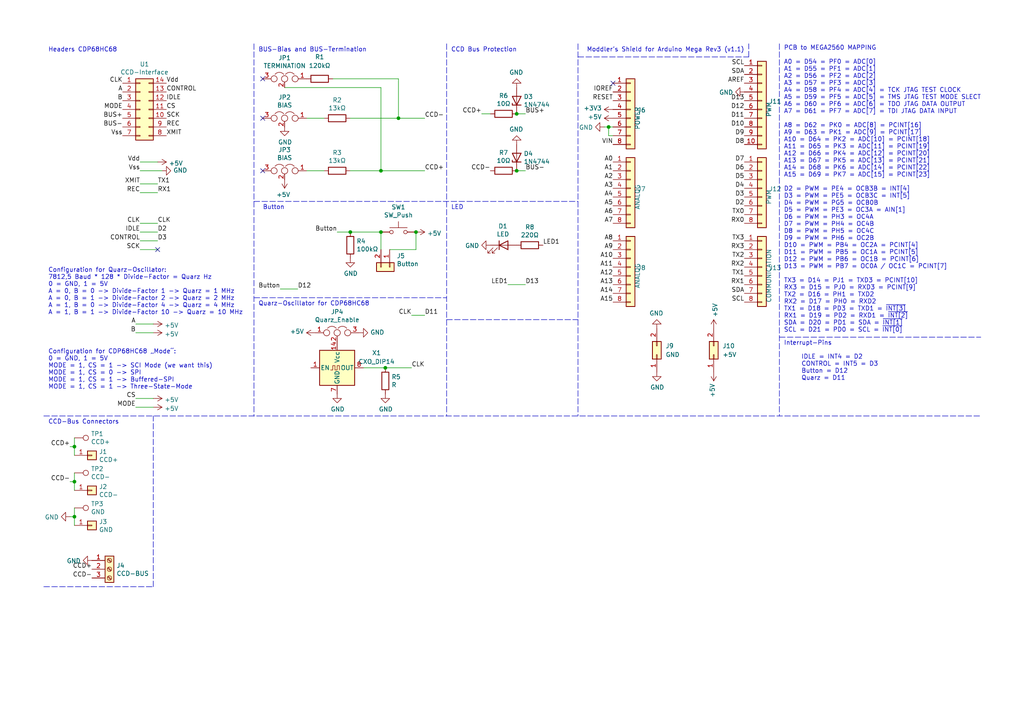
<source format=kicad_sch>
(kicad_sch (version 20211123) (generator eeschema)
  (paper "A4")
  (title_block (title "CCD-Arduino-Mega") (date "2022-03-19") (rev "Rev1.0") (company "Moddler"))
  (lib_symbols
    (symbol "Connector:Screw_Terminal_01x03" (pin_names (offset 1.016) hide)
      (property "Reference" "J" (at 0 5.08 0))
      (property "Value" "Screw_Terminal_01x03" (at 0 -5.08 0))
      (symbol "Screw_Terminal_01x03_1_1"
        (rectangle (start -1.27 3.81) (end 1.27 -3.81) (stroke (width 0.254)) (fill (type background)))
        (circle (center 0 -2.54) (radius 0.635) (stroke (width 0.1524)))
        (polyline (pts (xy -0.5334 -2.2098) (xy 0.3302 -3.048)) (stroke (width 0.1524)))
        (polyline (pts (xy -0.5334 0.3302) (xy 0.3302 -0.508)) (stroke (width 0.1524)))
        (polyline (pts (xy -0.5334 2.8702) (xy 0.3302 2.032)) (stroke (width 0.1524)))
        (polyline (pts (xy -0.3556 -2.032) (xy 0.508 -2.8702)) (stroke (width 0.1524)))
        (polyline (pts (xy -0.3556 0.508) (xy 0.508 -0.3302)) (stroke (width 0.1524)))
        (polyline (pts (xy -0.3556 3.048) (xy 0.508 2.2098)) (stroke (width 0.1524)))
        (circle (center 0 0) (radius 0.635) (stroke (width 0.1524)))
        (circle (center 0 2.54) (radius 0.635) (stroke (width 0.1524)))
        (pin passive line (at -5.08 2.54 0) (length 3.81) (name "Pin_1") (number "1"))
        (pin passive line (at -5.08 0 0) (length 3.81) (name "Pin_2") (number "2"))
        (pin passive line (at -5.08 -2.54 0) (length 3.81) (name "Pin_3") (number "3"))
      )
    )
    (symbol "Connector:TestPoint" (pin_numbers hide) (pin_names (offset 0.762) hide)
      (property "Reference" "TP" (at 0 6.858 0))
      (property "Value" "TestPoint" (at 0 5.08 0))
      (symbol "TestPoint_0_1"
        (circle (center 0 3.302) (radius 0.762))
      )
      (symbol "TestPoint_1_1"
        (pin passive line (at 0 0 90) (length 2.54) (name "1") (number "1"))
      )
    )
    (symbol "Connector_Generic:Conn_01x01" (pin_names (offset 1.016) hide)
      (property "Reference" "J" (at 0 2.54 0))
      (property "Value" "Conn_01x01" (at 0 -2.54 0))
      (symbol "Conn_01x01_1_1"
        (rectangle (start -1.27 0.127) (end 0 -0.127) (stroke (width 0.1524)))
        (rectangle (start -1.27 1.27) (end 1.27 -1.27) (stroke (width 0.254)) (fill (type background)))
        (pin passive line (at -5.08 0 0) (length 3.81) (name "Pin_1") (number "1"))
      )
    )
    (symbol "Connector_Generic:Conn_01x02" (pin_names (offset 1.016) hide)
      (property "Reference" "J" (at 0 2.54 0))
      (property "Value" "Conn_01x02" (at 0 -5.08 0))
      (symbol "Conn_01x02_1_1"
        (rectangle (start -1.27 -2.413) (end 0 -2.667) (stroke (width 0.1524)))
        (rectangle (start -1.27 0.127) (end 0 -0.127) (stroke (width 0.1524)))
        (rectangle (start -1.27 1.27) (end 1.27 -3.81) (stroke (width 0.254)) (fill (type background)))
        (pin passive line (at -5.08 0 0) (length 3.81) (name "Pin_1") (number "1"))
        (pin passive line (at -5.08 -2.54 0) (length 3.81) (name "Pin_2") (number "2"))
      )
    )
    (symbol "Connector_Generic:Conn_01x08" (pin_names (offset 1.016) hide)
      (property "Reference" "J" (at 0 10.16 0))
      (property "Value" "Conn_01x08" (at 0 -12.7 0))
      (symbol "Conn_01x08_1_1"
        (rectangle (start -1.27 -10.033) (end 0 -10.287) (stroke (width 0.1524)))
        (rectangle (start -1.27 -7.493) (end 0 -7.747) (stroke (width 0.1524)))
        (rectangle (start -1.27 -4.953) (end 0 -5.207) (stroke (width 0.1524)))
        (rectangle (start -1.27 -2.413) (end 0 -2.667) (stroke (width 0.1524)))
        (rectangle (start -1.27 0.127) (end 0 -0.127) (stroke (width 0.1524)))
        (rectangle (start -1.27 2.667) (end 0 2.413) (stroke (width 0.1524)))
        (rectangle (start -1.27 5.207) (end 0 4.953) (stroke (width 0.1524)))
        (rectangle (start -1.27 7.747) (end 0 7.493) (stroke (width 0.1524)))
        (rectangle (start -1.27 8.89) (end 1.27 -11.43) (stroke (width 0.254)) (fill (type background)))
        (pin passive line (at -5.08 7.62 0) (length 3.81) (name "Pin_1") (number "1"))
        (pin passive line (at -5.08 5.08 0) (length 3.81) (name "Pin_2") (number "2"))
        (pin passive line (at -5.08 2.54 0) (length 3.81) (name "Pin_3") (number "3"))
        (pin passive line (at -5.08 0 0) (length 3.81) (name "Pin_4") (number "4"))
        (pin passive line (at -5.08 -2.54 0) (length 3.81) (name "Pin_5") (number "5"))
        (pin passive line (at -5.08 -5.08 0) (length 3.81) (name "Pin_6") (number "6"))
        (pin passive line (at -5.08 -7.62 0) (length 3.81) (name "Pin_7") (number "7"))
        (pin passive line (at -5.08 -10.16 0) (length 3.81) (name "Pin_8") (number "8"))
      )
    )
    (symbol "Connector_Generic:Conn_01x10" (pin_names (offset 1.016) hide)
      (property "Reference" "J" (at 0 12.7 0))
      (property "Value" "Conn_01x10" (at 0 -15.24 0))
      (symbol "Conn_01x10_1_1"
        (rectangle (start -1.27 -12.573) (end 0 -12.827) (stroke (width 0.1524)))
        (rectangle (start -1.27 -10.033) (end 0 -10.287) (stroke (width 0.1524)))
        (rectangle (start -1.27 -7.493) (end 0 -7.747) (stroke (width 0.1524)))
        (rectangle (start -1.27 -4.953) (end 0 -5.207) (stroke (width 0.1524)))
        (rectangle (start -1.27 -2.413) (end 0 -2.667) (stroke (width 0.1524)))
        (rectangle (start -1.27 0.127) (end 0 -0.127) (stroke (width 0.1524)))
        (rectangle (start -1.27 2.667) (end 0 2.413) (stroke (width 0.1524)))
        (rectangle (start -1.27 5.207) (end 0 4.953) (stroke (width 0.1524)))
        (rectangle (start -1.27 7.747) (end 0 7.493) (stroke (width 0.1524)))
        (rectangle (start -1.27 10.287) (end 0 10.033) (stroke (width 0.1524)))
        (rectangle (start -1.27 11.43) (end 1.27 -13.97) (stroke (width 0.254)) (fill (type background)))
        (pin passive line (at -5.08 10.16 0) (length 3.81) (name "Pin_1") (number "1"))
        (pin passive line (at -5.08 -12.7 0) (length 3.81) (name "Pin_10") (number "10"))
        (pin passive line (at -5.08 7.62 0) (length 3.81) (name "Pin_2") (number "2"))
        (pin passive line (at -5.08 5.08 0) (length 3.81) (name "Pin_3") (number "3"))
        (pin passive line (at -5.08 2.54 0) (length 3.81) (name "Pin_4") (number "4"))
        (pin passive line (at -5.08 0 0) (length 3.81) (name "Pin_5") (number "5"))
        (pin passive line (at -5.08 -2.54 0) (length 3.81) (name "Pin_6") (number "6"))
        (pin passive line (at -5.08 -5.08 0) (length 3.81) (name "Pin_7") (number "7"))
        (pin passive line (at -5.08 -7.62 0) (length 3.81) (name "Pin_8") (number "8"))
        (pin passive line (at -5.08 -10.16 0) (length 3.81) (name "Pin_9") (number "9"))
      )
    )
    (symbol "Connector_Generic:Conn_02x01" (pin_names (offset 1.016) hide)
      (property "Reference" "J" (at 1.27 2.54 0))
      (property "Value" "Conn_02x01" (at 1.27 -2.54 0))
      (symbol "Conn_02x01_1_1"
        (rectangle (start -1.27 0.127) (end 0 -0.127) (stroke (width 0.1524)))
        (rectangle (start -1.27 1.27) (end 3.81 -1.27) (stroke (width 0.254)) (fill (type background)))
        (rectangle (start 3.81 0.127) (end 2.54 -0.127) (stroke (width 0.1524)))
        (pin passive line (at -5.08 0 0) (length 3.81) (name "Pin_1") (number "1"))
        (pin passive line (at 7.62 0 180) (length 3.81) (name "Pin_2") (number "2"))
      )
    )
    (symbol "Connector_Generic:Conn_02x07_Counter_Clockwise" (pin_names (offset 1.016) hide)
      (property "Reference" "J" (at 1.27 10.16 0))
      (property "Value" "Conn_02x07_Counter_Clockwise" (at 1.27 -10.16 0))
      (symbol "Conn_02x07_Counter_Clockwise_1_1"
        (rectangle (start -1.27 -7.493) (end 0 -7.747) (stroke (width 0.1524)))
        (rectangle (start -1.27 -4.953) (end 0 -5.207) (stroke (width 0.1524)))
        (rectangle (start -1.27 -2.413) (end 0 -2.667) (stroke (width 0.1524)))
        (rectangle (start -1.27 0.127) (end 0 -0.127) (stroke (width 0.1524)))
        (rectangle (start -1.27 2.667) (end 0 2.413) (stroke (width 0.1524)))
        (rectangle (start -1.27 5.207) (end 0 4.953) (stroke (width 0.1524)))
        (rectangle (start -1.27 7.747) (end 0 7.493) (stroke (width 0.1524)))
        (rectangle (start -1.27 8.89) (end 3.81 -8.89) (stroke (width 0.254)) (fill (type background)))
        (rectangle (start 3.81 -7.493) (end 2.54 -7.747) (stroke (width 0.1524)))
        (rectangle (start 3.81 -4.953) (end 2.54 -5.207) (stroke (width 0.1524)))
        (rectangle (start 3.81 -2.413) (end 2.54 -2.667) (stroke (width 0.1524)))
        (rectangle (start 3.81 0.127) (end 2.54 -0.127) (stroke (width 0.1524)))
        (rectangle (start 3.81 2.667) (end 2.54 2.413) (stroke (width 0.1524)))
        (rectangle (start 3.81 5.207) (end 2.54 4.953) (stroke (width 0.1524)))
        (rectangle (start 3.81 7.747) (end 2.54 7.493) (stroke (width 0.1524)))
        (pin passive line (at -5.08 7.62 0) (length 3.81) (name "Pin_1") (number "1"))
        (pin passive line (at 7.62 -2.54 180) (length 3.81) (name "Pin_10") (number "10"))
        (pin passive line (at 7.62 0 180) (length 3.81) (name "Pin_11") (number "11"))
        (pin passive line (at 7.62 2.54 180) (length 3.81) (name "Pin_12") (number "12"))
        (pin passive line (at 7.62 5.08 180) (length 3.81) (name "Pin_13") (number "13"))
        (pin passive line (at 7.62 7.62 180) (length 3.81) (name "Pin_14") (number "14"))
        (pin passive line (at -5.08 5.08 0) (length 3.81) (name "Pin_2") (number "2"))
        (pin passive line (at -5.08 2.54 0) (length 3.81) (name "Pin_3") (number "3"))
        (pin passive line (at -5.08 0 0) (length 3.81) (name "Pin_4") (number "4"))
        (pin passive line (at -5.08 -2.54 0) (length 3.81) (name "Pin_5") (number "5"))
        (pin passive line (at -5.08 -5.08 0) (length 3.81) (name "Pin_6") (number "6"))
        (pin passive line (at -5.08 -7.62 0) (length 3.81) (name "Pin_7") (number "7"))
        (pin passive line (at 7.62 -7.62 180) (length 3.81) (name "Pin_8") (number "8"))
        (pin passive line (at 7.62 -5.08 180) (length 3.81) (name "Pin_9") (number "9"))
      )
    )
    (symbol "Device:D_Zener" (pin_numbers hide) (pin_names (offset 1.016) hide)
      (property "Reference" "D" (at 0 2.54 0))
      (property "Value" "D_Zener" (at 0 -2.54 0))
      (symbol "D_Zener_0_1"
        (polyline (pts (xy 1.27 0) (xy -1.27 0)))
        (polyline (pts (xy -1.27 -1.27) (xy -1.27 1.27) (xy -0.762 1.27)) (stroke (width 0.254)))
        (polyline (pts (xy 1.27 -1.27) (xy 1.27 1.27) (xy -1.27 0) (xy 1.27 -1.27)) (stroke (width 0.254)))
      )
      (symbol "D_Zener_1_1"
        (pin passive line (at -3.81 0 0) (length 2.54) (name "K") (number "1"))
        (pin passive line (at 3.81 0 180) (length 2.54) (name "A") (number "2"))
      )
    )
    (symbol "Device:Jumper_NC_Dual" (pin_names (offset 0.762) hide)
      (property "Reference" "JP" (at 1.27 -2.54 0))
      (property "Value" "Device_Jumper_NC_Dual" (at 0 2.54 0))
      (symbol "Jumper_NC_Dual_0_1"
        (circle (center -3.048 0) (radius 0.889))
        (arc (start -0.254 1.27) (mid -1.524 1.8804) (end -2.794 1.27))
        (circle (center 0 0) (radius 0.9144))
        (arc (start 2.794 1.27) (mid 1.524 1.8804) (end 0.254 1.27))
        (circle (center 3.048 0) (radius 0.889))
        (pin passive line (at -6.35 0 0) (length 2.413) (name "1") (number "1"))
        (pin passive line (at 0 -2.54 90) (length 1.524) (name "2") (number "2"))
        (pin passive line (at 6.35 0 180) (length 2.413) (name "3") (number "3"))
      )
    )
    (symbol "Device:LED" (pin_numbers hide) (pin_names (offset 1.016) hide)
      (property "Reference" "D" (at 0 2.54 0))
      (property "Value" "LED" (at 0 -2.54 0))
      (symbol "LED_0_1"
        (polyline (pts (xy -1.27 -1.27) (xy -1.27 1.27)) (stroke (width 0.254)))
        (polyline (pts (xy -1.27 0) (xy 1.27 0)))
        (polyline (pts (xy 1.27 -1.27) (xy 1.27 1.27) (xy -1.27 0) (xy 1.27 -1.27)) (stroke (width 0.254)))
        (polyline (pts (xy -3.048 -0.762) (xy -4.572 -2.286) (xy -3.81 -2.286) (xy -4.572 -2.286) (xy -4.572 -1.524)))
        (polyline (pts (xy -1.778 -0.762) (xy -3.302 -2.286) (xy -2.54 -2.286) (xy -3.302 -2.286) (xy -3.302 -1.524)))
      )
      (symbol "LED_1_1"
        (pin passive line (at -3.81 0 0) (length 2.54) (name "K") (number "1"))
        (pin passive line (at 3.81 0 180) (length 2.54) (name "A") (number "2"))
      )
    )
    (symbol "Device:R" (pin_numbers hide) (pin_names (offset 0))
      (property "Reference" "R" (at 2.032 0 90))
      (property "Value" "R" (at 0 0 90))
      (symbol "R_0_1"
        (rectangle (start -1.016 -2.54) (end 1.016 2.54) (stroke (width 0.254)))
      )
      (symbol "R_1_1"
        (pin passive line (at 0 3.81 270) (length 1.27) (name "~") (number "1"))
        (pin passive line (at 0 -3.81 90) (length 1.27) (name "~") (number "2"))
      )
    )
    (symbol "Oscillator:CXO_DIP14" (pin_names (offset 0.254))
      (property "Reference" "X" (at -5.08 6.35 0))
      (property "Value" "CXO_DIP14" (at 1.27 -6.35 0))
      (symbol "CXO_DIP14_0_1"
        (rectangle (start -5.08 5.08) (end 5.08 -5.08) (stroke (width 0.254)) (fill (type background)))
        (polyline (pts (xy -1.905 -0.635) (xy -1.27 -0.635) (xy -1.27 0.635) (xy -0.635 0.635) (xy -0.635 -0.635) (xy 0 -0.635) (xy 0 0.635) (xy 0.635 0.635) (xy 0.635 -0.635)))
      )
      (symbol "CXO_DIP14_1_1"
        (pin input line (at -7.62 0 0) (length 2.54) (name "EN") (number "1"))
        (pin power_in line (at 0 7.62 270) (length 2.54) (name "Vcc") (number "14"))
        (pin power_in line (at 0 -7.62 90) (length 2.54) (name "GND") (number "7"))
        (pin output line (at 7.62 0 180) (length 2.54) (name "OUT") (number "8"))
      )
    )
    (symbol "Switch:SW_Push" (pin_numbers hide) (pin_names (offset 1.016) hide)
      (property "Reference" "SW" (at 1.27 2.54 0))
      (property "Value" "SW_Push" (at 0 -1.524 0))
      (symbol "SW_Push_0_1"
        (circle (center -2.032 0) (radius 0.508))
        (polyline (pts (xy 0 1.27) (xy 0 3.048)))
        (polyline (pts (xy 2.54 1.27) (xy -2.54 1.27)))
        (circle (center 2.032 0) (radius 0.508))
        (pin passive line (at -5.08 0 0) (length 2.54) (name "1") (number "1"))
        (pin passive line (at 5.08 0 180) (length 2.54) (name "2") (number "2"))
      )
    )
    (symbol "power:+3.3V" (power) (pin_names (offset 0))
      (property "Value" "+3.3V" (at 0 3.556 0))
      (symbol "+3.3V_0_1"
        (polyline (pts (xy -0.762 1.27) (xy 0 2.54)))
        (polyline (pts (xy 0 0) (xy 0 2.54)))
        (polyline (pts (xy 0 2.54) (xy 0.762 1.27)))
      )
      (symbol "+3.3V_1_1"
        (pin power_in line (at 0 0 90) (length 0) hide (name "+3V3") (number "1"))
      )
    )
    (symbol "power:+5V" (power) (pin_names (offset 0))
      (property "Value" "+5V" (at 0 3.556 0))
      (symbol "+5V_0_1"
        (polyline (pts (xy -0.762 1.27) (xy 0 2.54)))
        (polyline (pts (xy 0 0) (xy 0 2.54)))
        (polyline (pts (xy 0 2.54) (xy 0.762 1.27)))
      )
      (symbol "+5V_1_1"
        (pin power_in line (at 0 0 90) (length 0) hide (name "+5V") (number "1"))
      )
    )
    (symbol "power:GND" (power) (pin_names (offset 0))
      (property "Value" "GND" (at 0 -3.81 0))
      (symbol "GND_0_1"
        (polyline (pts (xy 0 0) (xy 0 -1.27) (xy 1.27 -1.27) (xy 0 -2.54) (xy -1.27 -1.27) (xy 0 -1.27)))
      )
      (symbol "GND_1_1"
        (pin power_in line (at 0 0 270) (length 0) hide (name "GND") (number "1"))
      )
    )
  )
  (junction (at 110.49 67.31))
  (junction (at 120.65 67.31))
  (junction (at 21.59 129.54))
  (junction (at 110.49 49.53))
  (junction (at 21.59 139.7))
  (junction (at 149.86 33.02))
  (junction (at 21.59 149.86))
  (junction (at 101.6 67.31))
  (junction (at 176.53 36.83))
  (junction (at 111.76 106.68))
  (junction (at 115.57 34.29))
  (junction (at 149.86 49.53))
  (no_connect (at 76.2 34.29))
  (no_connect (at 177.8 24.13))
  (no_connect (at 45.72 72.39))
  (no_connect (at 76.2 49.53))
  (no_connect (at 76.2 22.86))
  (polyline (pts (xy 12.7 170.18) (xy 44.45 170.18)))
  (wire (pts (xy 176.53 39.37) (xy 176.53 36.83)))
  (polyline (pts (xy 73.66 12.7) (xy 73.66 120.65)))
  (wire (pts (xy 119.38 106.68) (xy 111.76 106.68)))
  (wire (pts (xy 177.8 36.83) (xy 176.53 36.83)))
  (wire (pts (xy 115.57 34.29) (xy 123.19 34.29)))
  (wire (pts (xy 40.64 46.99) (xy 45.72 46.99)))
  (wire (pts (xy 110.49 25.4) (xy 110.49 49.53)))
  (wire (pts (xy 110.49 67.31) (xy 110.49 72.39)))
  (polyline (pts (xy 217.17 16.51) (xy 217.17 12.7)))
  (polyline (pts (xy 226.06 97.79) (xy 284.48 97.79)))
  (wire (pts (xy 40.64 49.53) (xy 46.99 49.53)))
  (wire (pts (xy 45.72 64.77) (xy 40.64 64.77)))
  (wire (pts (xy 86.36 83.82) (xy 81.28 83.82)))
  (wire (pts (xy 44.45 96.52) (xy 39.37 96.52)))
  (polyline (pts (xy 12.7 120.65) (xy 284.48 120.65)))
  (polyline (pts (xy 226.06 12.7) (xy 226.06 120.65)))
  (polyline (pts (xy 44.45 170.18) (xy 44.45 120.65)))
  (polyline (pts (xy 167.64 16.51) (xy 217.17 16.51)))
  (wire (pts (xy 44.45 93.98) (xy 39.37 93.98)))
  (wire (pts (xy 101.6 67.31) (xy 110.49 67.31)))
  (wire (pts (xy 20.32 149.86) (xy 21.59 149.86)))
  (wire (pts (xy 40.64 72.39) (xy 45.72 72.39)))
  (wire (pts (xy 45.72 69.85) (xy 40.64 69.85)))
  (wire (pts (xy 45.72 67.31) (xy 40.64 67.31)))
  (wire (pts (xy 152.4 33.02) (xy 149.86 33.02)))
  (wire (pts (xy 21.59 149.86) (xy 21.59 152.4)))
  (wire (pts (xy 152.4 82.55) (xy 147.32 82.55)))
  (wire (pts (xy 120.65 67.31) (xy 120.65 72.39)))
  (wire (pts (xy 110.49 49.53) (xy 123.19 49.53)))
  (wire (pts (xy 21.59 127) (xy 21.59 129.54)))
  (wire (pts (xy 177.8 39.37) (xy 176.53 39.37)))
  (wire (pts (xy 139.7 33.02) (xy 142.24 33.02)))
  (polyline (pts (xy 73.66 58.42) (xy 167.64 58.42)))
  (wire (pts (xy 21.59 139.7) (xy 21.59 142.24)))
  (wire (pts (xy 88.9 34.29) (xy 93.98 34.29)))
  (wire (pts (xy 21.59 137.16) (xy 21.59 139.7)))
  (wire (pts (xy 20.32 129.54) (xy 21.59 129.54)))
  (wire (pts (xy 21.59 129.54) (xy 21.59 132.08)))
  (polyline (pts (xy 73.66 86.36) (xy 129.54 86.36)))
  (wire (pts (xy 152.4 49.53) (xy 149.86 49.53)))
  (wire (pts (xy 45.72 55.88) (xy 40.64 55.88)))
  (wire (pts (xy 39.37 115.57) (xy 44.45 115.57)))
  (polyline (pts (xy 167.64 12.7) (xy 167.64 120.65)))
  (wire (pts (xy 82.55 25.4) (xy 110.49 25.4)))
  (wire (pts (xy 96.52 22.86) (xy 115.57 22.86)))
  (wire (pts (xy 20.32 139.7) (xy 21.59 139.7)))
  (wire (pts (xy 45.72 53.34) (xy 40.64 53.34)))
  (wire (pts (xy 176.53 36.83) (xy 175.26 36.83)))
  (wire (pts (xy 120.65 72.39) (xy 113.03 72.39)))
  (wire (pts (xy 39.37 118.11) (xy 44.45 118.11)))
  (wire (pts (xy 101.6 34.29) (xy 115.57 34.29)))
  (wire (pts (xy 105.41 106.68) (xy 111.76 106.68)))
  (wire (pts (xy 93.98 49.53) (xy 88.9 49.53)))
  (polyline (pts (xy 129.54 92.71) (xy 167.64 92.71)))
  (wire (pts (xy 101.6 67.31) (xy 97.79 67.31)))
  (wire (pts (xy 21.59 147.32) (xy 21.59 149.86)))
  (polyline (pts (xy 129.54 12.7) (xy 129.54 120.65)))
  (wire (pts (xy 115.57 22.86) (xy 115.57 34.29)))
  (wire (pts (xy 101.6 49.53) (xy 110.49 49.53)))
  (wire (pts (xy 119.38 91.44) (xy 123.19 91.44)))
  (text "LED" (at 130.81 60.96 0) (effects (font (size 1.27 1.27)) (justify left bottom)))
  (text "Quarz-Oscillator for CDP68HC68" (at 74.93 88.9 0) (effects (font (size 1.27 1.27)) (justify left bottom)))
  (text "IDLE = INT4 = D2\nCONTROL = INT5 = D3\nButton = D12\nQuarz = D11" (at 232.41 110.49 0) (effects (font (size 1.27 1.27)) (justify left bottom)))
  (text "Configuration for Quarz-Oscillator:\n7812,5 Baud * 128 * Divide-Factor = Quarz Hz\n0 = GND, 1 = 5V\nA = 0, B = 0 -> Divide-Factor 1 -> Quarz = 1 MHz\nA = 0, B = 1 -> Divide-Factor 2 -> Quarz = 2 MHz\nA = 1, B = 0 -> Divide-Factor 4 -> Quarz = 4 MHz\nA = 1, B = 1 -> Divide-Factor 10 -> Quarz = 10 MHz" (at 13.97 91.44 0) (effects (font (size 1.27 1.27)) (justify left bottom)))
  (text "Interrupt-Pins" (at 227.33 100.33 0) (effects (font (size 1.27 1.27)) (justify left bottom)))
  (text "CCD-Bus Connectors" (at 13.97 123.19 0) (effects (font (size 1.27 1.27)) (justify left bottom)))
  (text "Button" (at 76.2 60.96 0) (effects (font (size 1.27 1.27)) (justify left bottom)))
  (text "BUS-Bias and BUS-Termination" (at 74.93 15.24 0) (effects (font (size 1.27 1.27)) (justify left bottom)))
  (text "PCB to MEGA2560 MAPPING\n\nA0 = D54 = PF0 = ADC[0]\nA1 = D55 = PF1 = ADC[1]\nA2 = D56 = PF2 = ADC[2]\nA3 = D57 = PF3 = ADC[3]\nA4 = D58 = PF4 = ADC[4] = TCK JTAG TEST CLOCK\nA5 = D59 = PF5 = ADC[5] = TMS JTAG TEST MODE SLECT\nA6 = D60 = PF6 = ADC[6] = TDO JTAG DATA OUTPUT\nA7 = D61 = PF7 = ADC[7] = TDI JTAG DATA INPUT\n\nA8 = D62 = PK0 = ADC[8] = PCINT[16]\nA9 = D63 = PK1 = ADC[9] = PCINT[17]\nA10 = D64 = PK2 = ADC[10] = PCINT[18]\nA11 = D65 = PK3 = ADC[11] = PCINT[19]\nA12 = D66 = PK4 = ADC[12] = PCINT[20]\nA13 = D67 = PK5 = ADC[13] = PCINT[21]\nA14 = D68 = PK6 = ADC[14] = PCINT[22]\nA15 = D69 = PK7 = ADC[15] = PCINT[23]\n\nD2 = PWM = PE4 = OCB3B = INT[4]\nD3 = PWM = PE5 = OCB3C = INT[5]\nD4 = PWM = PG5 = OCB0B\nD5 = PWM = PE3 = OC3A = AIN[1]\nD6 = PWM = PH3 = OC4A\nD7 = PWM = PH4 = OC4B\nD8 = PWM = PH5 = OC4C\nD9 = PWM = PH6 = OC2B\nD10 = PWM = PB4 = OC2A = PCINT[4]\nD11 = PWM = PB5 = OC1A = PCINT[5]\nD12 = PWM = PB6 = OC1B = PCINT[6]\nD13 = PWM = PB7 = OC0A / OC1C = PCINT[7] \n\nTX3 = D14 = PJ1 = TXD3 = PCINT[10]\nRX3 = D15 = PJ0 = RXD3 = PCINT[9]\nTX2 = D16 = PH1 = TXD2\nRX2 = D17 = PH0 = RXD2\nTX1 = D18 = PD3 = TXD1 = ~{INT[3]}\nRX1 = D19 = PD2 = RXD1 = ~{INT[2]}\nSDA = D20 = PD1 = SDA = ~{INT[1]}\nSCL = D21 = PD0 = SCL = ~{INT[0]}" (at 227.33 96.52 0) (effects (font (size 1.27 1.27)) (justify left bottom)))
  (text "CCD Bus Protection" (at 130.81 15.24 0) (effects (font (size 1.27 1.27)) (justify left bottom)))
  (text "Configuration for CDP68HC68 „Mode“:\n0 = GND, 1 = 5V\nMODE = 1, CS = 1 -> SCI Mode (we want this)\nMODE = 1, CS = 0 -> SPI\nMODE = 1, CS = 1 -> Buffered-SPI\nMODE = 1, CS = 1 -> Three-State-Mode" (at 13.97 113.03 0) (effects (font (size 1.27 1.27)) (justify left bottom)))
  (text "Headers CDP68HC68" (at 13.97 15.24 0) (effects (font (size 1.27 1.27)) (justify left bottom)))
  (text "Moddler’s Shield for Arduino Mega Rev3 (v1.1)" (at 215.9 15.24 180) (effects (font (size 1.27 1.27)) (justify right bottom)))
  (label "D12" (at 215.9 31.75 180))
  (label "D11" (at 123.19 91.44 0))
  (label "CCD+" (at 20.32 129.54 180))
  (label "D12" (at 86.36 83.82 0))
  (label "A2" (at 177.8 52.07 180))
  (label "BUS-" (at 35.56 36.83 180))
  (label "D11" (at 215.9 34.29 180))
  (label "CONTROL" (at 40.64 69.85 180))
  (label "SCK" (at 48.26 34.29 0))
  (label "SDA" (at 215.9 21.59 180))
  (label "RX1" (at 45.72 55.88 0))
  (label "D4" (at 215.9 54.61 180))
  (label "IDLE" (at 48.26 29.21 0))
  (label "A0" (at 177.8 46.99 180))
  (label "SDA" (at 215.9 85.09 180))
  (label "MODE" (at 39.37 118.11 180))
  (label "REC" (at 48.26 36.83 0))
  (label "TX2" (at 215.9 74.93 180))
  (label "D8" (at 215.9 41.91 180))
  (label "TX3" (at 215.9 69.85 180))
  (label "BUS-" (at 152.4 49.53 0))
  (label "CCD-" (at 123.19 34.29 0))
  (label "REC" (at 40.64 55.88 180))
  (label "AREF" (at 215.9 24.13 180))
  (label "D3" (at 215.9 57.15 180))
  (label "LED1" (at 147.32 82.55 180))
  (label "CLK" (at 40.64 64.77 180))
  (label "D7" (at 215.9 46.99 180))
  (label "TX1" (at 215.9 80.01 180))
  (label "A7" (at 177.8 64.77 180))
  (label "CLK" (at 119.38 91.44 180))
  (label "Button" (at 97.79 67.31 180))
  (label "BUS+" (at 35.56 34.29 180))
  (label "A12" (at 177.8 80.01 180))
  (label "CCD-" (at 20.32 139.7 180))
  (label "A10" (at 177.8 74.93 180))
  (label "RX1" (at 215.9 82.55 180))
  (label "A8" (at 177.8 69.85 180))
  (label "CCD+" (at 139.7 33.02 180))
  (label "RX0" (at 215.9 64.77 180))
  (label "CLK" (at 45.72 64.77 0))
  (label "A4" (at 177.8 57.15 180))
  (label "D6" (at 215.9 49.53 180))
  (label "Vss" (at 40.64 49.53 180))
  (label "B" (at 35.56 29.21 180))
  (label "VIN" (at 177.8 41.91 180))
  (label "SCL" (at 215.9 19.05 180))
  (label "Vdd" (at 48.26 24.13 0))
  (label "A13" (at 177.8 82.55 180))
  (label "CS" (at 39.37 115.57 180))
  (label "CCD-" (at 26.67 167.64 180))
  (label "CCD-" (at 142.24 49.53 180))
  (label "CCD+" (at 123.19 49.53 0))
  (label "A14" (at 177.8 85.09 180))
  (label "XMIT" (at 48.26 39.37 0))
  (label "D3" (at 45.72 69.85 0))
  (label "A1" (at 177.8 49.53 180))
  (label "CCD+" (at 26.67 165.1 180))
  (label "SCK" (at 40.64 72.39 180))
  (label "CLK" (at 35.56 24.13 180))
  (label "D5" (at 215.9 52.07 180))
  (label "D13" (at 152.4 82.55 0))
  (label "A15" (at 177.8 87.63 180))
  (label "Vdd" (at 40.64 46.99 180))
  (label "D2" (at 215.9 59.69 180))
  (label "XMIT" (at 40.64 53.34 180))
  (label "RESET" (at 177.8 29.21 180))
  (label "A6" (at 177.8 62.23 180))
  (label "BUS+" (at 152.4 33.02 0))
  (label "IDLE" (at 40.64 67.31 180))
  (label "MODE" (at 35.56 31.75 180))
  (label "D9" (at 215.9 39.37 180))
  (label "SCL" (at 215.9 87.63 180))
  (label "CLK" (at 119.38 106.68 0))
  (label "TX1" (at 45.72 53.34 0))
  (label "A" (at 35.56 26.67 180))
  (label "A11" (at 177.8 77.47 180))
  (label "TX0" (at 215.9 62.23 180))
  (label "IOREF" (at 177.8 26.67 180))
  (label "B" (at 39.37 96.52 180))
  (label "Vss" (at 35.56 39.37 180))
  (label "A9" (at 177.8 72.39 180))
  (label "CONTROL" (at 48.26 26.67 0))
  (label "A5" (at 177.8 59.69 180))
  (label "Button" (at 81.28 83.82 180))
  (label "RX2" (at 215.9 77.47 180))
  (label "D13" (at 215.9 29.21 180))
  (label "A" (at 39.37 93.98 180))
  (label "RX3" (at 215.9 72.39 180))
  (label "LED1" (at 157.48 71.12 0))
  (label "D10" (at 215.9 36.83 180))
  (label "CS" (at 48.26 31.75 0))
  (label "D2" (at 45.72 67.31 0))
  (label "A3" (at 177.8 54.61 180))
  (symbol (lib_id "Connector_Generic:Conn_01x08") (at 220.98 77.47 0) (unit 1)
    (property "Reference" "J13" (at 223.012 77.6732 0) (effects (justify left)))
    (property "Value" "COMMUNICATION" (at 223.012 79.9846 90))
    (property "Footprint" "Connector_PinHeader_2.54mm:PinHeader_1x08_P2.54mm_Vertical" (effects hide))
  )
  (symbol (lib_id "Connector_Generic:Conn_01x08") (at 182.88 31.75 0) (unit 1)
    (property "Reference" "J6" (at 184.912 31.9532 0) (effects (justify left)))
    (property "Value" "POWER" (at 184.912 34.2646 90))
    (property "Footprint" "Connector_PinHeader_2.54mm:PinHeader_1x08_P2.54mm_Vertical" (effects hide))
  )
  (symbol (lib_id "Connector_Generic:Conn_01x08") (at 182.88 54.61 0) (unit 1)
    (property "Reference" "J7" (at 184.912 54.8132 0) (effects (justify left)))
    (property "Value" "ANALOG" (at 184.912 57.1246 90))
    (property "Footprint" "Connector_PinHeader_2.54mm:PinHeader_1x08_P2.54mm_Vertical" (effects hide))
  )
  (symbol (lib_id "Connector_Generic:Conn_01x08") (at 220.98 54.61 0) (unit 1)
    (property "Reference" "J12" (at 223.012 54.8132 0) (effects (justify left)))
    (property "Value" "PWM" (at 223.012 57.1246 90))
    (property "Footprint" "Connector_PinHeader_2.54mm:PinHeader_1x08_P2.54mm_Vertical" (effects hide))
  )
  (symbol (lib_id "Connector_Generic:Conn_01x08") (at 182.88 77.47 0) (unit 1)
    (property "Reference" "J8" (at 184.912 77.6732 0) (effects (justify left)))
    (property "Value" "ANALOG" (at 184.912 79.9846 90))
    (property "Footprint" "Connector_PinHeader_2.54mm:PinHeader_1x08_P2.54mm_Vertical" (effects hide))
  )
  (symbol (lib_id "power:GND") (at 175.26 36.83 270) (unit 1)
    (property "Reference" "#PWR021" (effects hide))
    (property "Value" "GND" (at 172.0088 36.957 90) (effects (justify right)))
  )
  (symbol (lib_id "power:+5V") (at 177.8 34.29 90) (unit 1)
    (property "Reference" "#PWR023" (effects hide))
    (property "Value" "+5V" (at 174.5488 33.909 90) (effects (justify left)))
  )
  (symbol (lib_id "power:+3.3V") (at 177.8 31.75 90) (unit 1)
    (property "Reference" "#PWR022" (effects hide))
    (property "Value" "+3.3V" (at 174.5488 31.369 90) (effects (justify left)))
  )
  (symbol (lib_id "Connector_Generic:Conn_01x10") (at 220.98 29.21 0) (unit 1)
    (property "Reference" "J11" (at 223.012 29.4132 0) (effects (justify left)))
    (property "Value" "PWM" (at 223.012 31.7246 90))
    (property "Footprint" "Connector_PinHeader_2.54mm:PinHeader_1x10_P2.54mm_Vertical" (effects hide))
  )
  (symbol (lib_id "power:GND") (at 215.9 26.67 270) (unit 1)
    (property "Reference" "#PWR028" (effects hide))
    (property "Value" "GND" (at 212.6488 26.797 90) (effects (justify right)))
  )
  (symbol (lib_id "power:GND") (at 190.5 107.95 0) (unit 1)
    (property "Reference" "#PWR025" (effects hide))
    (property "Value" "GND" (at 190.627 112.3442 0))
  )
  (symbol (lib_id "power:GND") (at 190.5 95.25 180) (unit 1)
    (property "Reference" "#PWR024" (effects hide))
    (property "Value" "GND" (at 190.373 90.8558 0))
  )
  (symbol (lib_id "power:+5V") (at 207.01 107.95 180) (unit 1)
    (property "Reference" "#PWR027" (effects hide))
    (property "Value" "+5V" (at 206.629 111.2012 90) (effects (justify left)))
  )
  (symbol (lib_id "power:+5V") (at 207.01 95.25 0) (unit 1)
    (property "Reference" "#PWR026" (effects hide))
    (property "Value" "+5V" (at 207.391 91.9988 90) (effects (justify left)))
  )
  (symbol (lib_id "Device:R") (at 92.71 22.86 270) (unit 1)
    (property "Reference" "R1" (at 92.71 16.51 90))
    (property "Value" "120kΩ" (at 92.71 19.05 90))
    (property "Footprint" "Resistor_THT:R_Axial_DIN0207_L6.3mm_D2.5mm_P7.62mm_Horizontal" (effects hide))
  )
  (symbol (lib_id "Device:LED") (at 146.05 71.12 0) (unit 1)
    (property "Reference" "D1" (at 145.8722 65.6082 0))
    (property "Value" "LED" (at 145.8722 67.9196 0))
    (property "Footprint" "LED_THT:LED_D5.0mm" (effects hide))
  )
  (symbol (lib_id "Connector:TestPoint") (at 21.59 127 270) (unit 1)
    (property "Reference" "TP1" (at 26.3652 125.8316 90) (effects (justify left)))
    (property "Value" "CCD+" (at 26.3652 128.143 90) (effects (justify left)))
    (property "Footprint" "TestPoint:TestPoint_Pad_D3.0mm" (effects hide))
  )
  (symbol (lib_id "power:+5V") (at 44.45 118.11 270) (unit 1)
    (property "Reference" "#PWR06" (effects hide))
    (property "Value" "+5V" (at 47.7012 118.491 90) (effects (justify left)))
  )
  (symbol (lib_id "Connector:TestPoint") (at 21.59 137.16 270) (unit 1)
    (property "Reference" "TP2" (at 26.3652 135.9916 90) (effects (justify left)))
    (property "Value" "CCD-" (at 26.3652 138.303 90) (effects (justify left)))
    (property "Footprint" "TestPoint:TestPoint_Pad_D3.0mm" (effects hide))
  )
  (symbol (lib_id "Device:R") (at 97.79 34.29 270) (unit 1)
    (property "Reference" "R2" (at 97.79 29.0322 90))
    (property "Value" "13kΩ" (at 97.79 31.3436 90))
    (property "Footprint" "Resistor_THT:R_Axial_DIN0207_L6.3mm_D2.5mm_P7.62mm_Horizontal" (effects hide))
  )
  (symbol (lib_id "power:GND") (at 26.67 162.56 270) (unit 1)
    (property "Reference" "#PWR02" (effects hide))
    (property "Value" "GND" (at 23.4188 162.687 90) (effects (justify right)))
  )
  (symbol (lib_id "Connector_Generic:Conn_02x07_Counter_Clockwise") (at 40.64 31.75 0) (unit 1)
    (property "Reference" "U1" (at 41.91 18.6182 0))
    (property "Value" "CCD-Interface" (at 41.91 20.9296 0))
    (property "Footprint" "Socket:DIP_Socket-14_W4.3_W5.08_W7.62_W10.16_W10.9_3M_214-3339-00-0602J" (effects hide))
  )
  (symbol (lib_id "Connector_Generic:Conn_01x01") (at 26.67 132.08 0) (unit 1)
    (property "Reference" "J1" (at 28.702 131.0132 0) (effects (justify left)))
    (property "Value" "CCD+" (at 28.702 133.3246 0) (effects (justify left)))
    (property "Footprint" "Connector_PinSocket_2.54mm:PinSocket_1x01_P2.54mm_Vertical" (effects hide))
  )
  (symbol (lib_id "Device:R") (at 153.67 71.12 270) (unit 1)
    (property "Reference" "R8" (at 153.67 65.8622 90))
    (property "Value" "220Ω" (at 153.67 68.1736 90))
    (property "Footprint" "Resistor_THT:R_Axial_DIN0207_L6.3mm_D2.5mm_P7.62mm_Horizontal" (effects hide))
  )
  (symbol (lib_id "power:GND") (at 101.6 74.93 0) (unit 1)
    (property "Reference" "#PWR013" (effects hide))
    (property "Value" "GND" (at 101.727 79.3242 0))
  )
  (symbol (lib_id "Device:Jumper_NC_Dual") (at 82.55 34.29 0) (mirror y) (unit 1)
    (property "Reference" "JP2" (at 82.55 28.2194 0))
    (property "Value" "BIAS" (at 82.55 30.5308 0))
    (property "Footprint" "Connector_PinHeader_2.54mm:PinHeader_1x03_P2.54mm_Vertical" (effects hide))
  )
  (symbol (lib_id "Connector:Screw_Terminal_01x03") (at 31.75 165.1 0) (unit 1)
    (property "Reference" "J4" (at 33.782 164.0332 0) (effects (justify left)))
    (property "Value" "CCD-BUS" (at 33.782 166.3446 0) (effects (justify left)))
    (property "Footprint" "TerminalBlock_Phoenix:TerminalBlock_Phoenix_MPT-0,5-3-2.54_1x03_P2.54mm_Horizontal" (effects hide))
  )
  (symbol (lib_id "Device:Jumper_NC_Dual") (at 82.55 49.53 0) (mirror y) (unit 1)
    (property "Reference" "JP3" (at 82.55 43.4594 0))
    (property "Value" "BIAS" (at 82.55 45.7708 0))
    (property "Footprint" "Connector_PinHeader_2.54mm:PinHeader_1x03_P2.54mm_Vertical" (effects hide))
  )
  (symbol (lib_id "Connector_Generic:Conn_01x02") (at 113.03 77.47 270) (unit 1)
    (property "Reference" "J5" (at 115.062 74.2188 90) (effects (justify left)))
    (property "Value" "Button" (at 115.062 76.5302 90) (effects (justify left)))
    (property "Footprint" "Connector_PinHeader_2.54mm:PinHeader_1x02_P2.54mm_Vertical" (effects hide))
  )
  (symbol (lib_id "Device:D_Zener") (at 149.86 45.72 90) (unit 1)
    (property "Reference" "D4" (at 151.892 44.5516 90) (effects (justify right)))
    (property "Value" "1N4744" (at 151.892 46.863 90) (effects (justify right)))
    (property "Footprint" "Diode_THT:D_DO-41_SOD81_P7.62mm_Horizontal" (effects hide))
  )
  (symbol (lib_id "Device:R") (at 111.76 110.49 0) (unit 1)
    (property "Reference" "R5" (at 113.538 109.3216 0) (effects (justify left)))
    (property "Value" "R" (at 113.538 111.633 0) (effects (justify left)))
    (property "Footprint" "Resistor_THT:R_Axial_DIN0207_L6.3mm_D2.5mm_P7.62mm_Horizontal" (effects hide))
  )
  (symbol (lib_id "power:+5V") (at 91.44 96.52 90) (unit 1)
    (property "Reference" "#PWR011" (effects hide))
    (property "Value" "+5V" (at 88.1888 96.139 90) (effects (justify left)))
  )
  (symbol (lib_id "Device:R") (at 97.79 49.53 270) (unit 1)
    (property "Reference" "R3" (at 97.79 44.2722 90))
    (property "Value" "13kΩ" (at 97.79 46.5836 90))
    (property "Footprint" "Resistor_THT:R_Axial_DIN0207_L6.3mm_D2.5mm_P7.62mm_Horizontal" (effects hide))
  )
  (symbol (lib_id "power:GND") (at 149.86 25.4 180) (unit 1)
    (property "Reference" "#PWR019" (effects hide))
    (property "Value" "GND" (at 149.733 21.0058 0))
  )
  (symbol (lib_id "Connector_Generic:Conn_01x01") (at 26.67 152.4 0) (unit 1)
    (property "Reference" "J3" (at 28.702 151.3332 0) (effects (justify left)))
    (property "Value" "GND" (at 28.702 153.6446 0) (effects (justify left)))
    (property "Footprint" "Connector_PinSocket_2.54mm:PinSocket_1x01_P2.54mm_Vertical" (effects hide))
  )
  (symbol (lib_id "Device:R") (at 146.05 33.02 270) (unit 1)
    (property "Reference" "R6" (at 146.05 27.7622 90))
    (property "Value" "10Ω" (at 146.05 30.0736 90))
    (property "Footprint" "Resistor_THT:R_Axial_DIN0207_L6.3mm_D2.5mm_P7.62mm_Horizontal" (effects hide))
  )
  (symbol (lib_id "Switch:SW_Push") (at 115.57 67.31 0) (unit 1)
    (property "Reference" "SW1" (at 115.57 60.071 0))
    (property "Value" "SW_Push" (at 115.57 62.3824 0))
    (property "Footprint" "Button_Switch_THT:SW_PUSH_6mm" (effects hide))
  )
  (symbol (lib_id "Connector_Generic:Conn_02x01") (at 190.5 102.87 90) (unit 1)
    (property "Reference" "J9" (at 193.04 100.3299 90) (effects (justify right)))
    (property "Value" "GND" (at 193.04 102.8699 90) (effects (justify right)))
    (property "Footprint" "Connector_PinHeader_2.54mm:PinHeader_2x01_P2.54mm_Vertical" (effects hide))
  )
  (symbol (lib_id "power:+5V") (at 44.45 96.52 270) (unit 1)
    (property "Reference" "#PWR04" (effects hide))
    (property "Value" "+5V" (at 47.7012 96.901 90) (effects (justify left)))
  )
  (symbol (lib_id "Device:Jumper_NC_Dual") (at 82.55 22.86 0) (mirror y) (unit 1)
    (property "Reference" "JP1" (at 82.55 16.7894 0))
    (property "Value" "TERMINATION" (at 82.55 19.1008 0))
    (property "Footprint" "Connector_PinHeader_2.54mm:PinHeader_1x03_P2.54mm_Vertical" (effects hide))
  )
  (symbol (lib_id "power:GND") (at 104.14 96.52 90) (unit 1)
    (property "Reference" "#PWR014" (effects hide))
    (property "Value" "GND" (at 107.3912 96.393 90) (effects (justify right)))
  )
  (symbol (lib_id "Connector_Generic:Conn_02x01") (at 207.01 102.87 90) (unit 1)
    (property "Reference" "J10" (at 209.55 100.3299 90) (effects (justify right)))
    (property "Value" "+5V" (at 209.55 102.8699 90) (effects (justify right)))
    (property "Footprint" "Connector_PinHeader_2.54mm:PinHeader_2x01_P2.54mm_Vertical" (effects hide))
  )
  (symbol (lib_id "Device:D_Zener") (at 149.86 29.21 90) (unit 1)
    (property "Reference" "D3" (at 151.892 28.0416 90) (effects (justify right)))
    (property "Value" "1N4744" (at 151.892 30.353 90) (effects (justify right)))
    (property "Footprint" "Diode_THT:D_DO-41_SOD81_P7.62mm_Horizontal" (effects hide))
  )
  (symbol (lib_id "Oscillator:CXO_DIP14") (at 97.79 106.68 0) (unit 1)
    (property "Reference" "X1" (at 109.22 102.3493 0))
    (property "Value" "CXO_DIP14" (at 109.22 104.8893 0))
    (property "Footprint" "Oscillator:Oscillator_DIP-14" (effects hide))
    (property "Datasheet" "http://cdn-reichelt.de/documents/datenblatt/B400/OSZI.pdf" (effects hide))
  )
  (symbol (lib_id "power:+5V") (at 120.65 67.31 270) (unit 1)
    (property "Reference" "#PWR016" (effects hide))
    (property "Value" "+5V" (at 123.9012 67.691 90) (effects (justify left)))
  )
  (symbol (lib_id "Device:R") (at 146.05 49.53 270) (unit 1)
    (property "Reference" "R7" (at 146.05 44.2722 90))
    (property "Value" "10Ω" (at 146.05 46.5836 90))
    (property "Footprint" "Resistor_THT:R_Axial_DIN0207_L6.3mm_D2.5mm_P7.62mm_Horizontal" (effects hide))
  )
  (symbol (lib_id "power:+5V") (at 45.72 46.99 270) (unit 1)
    (property "Reference" "#PWR07" (effects hide))
    (property "Value" "+5V" (at 48.9712 47.371 90) (effects (justify left)))
  )
  (symbol (lib_id "power:GND") (at 97.79 114.3 0) (unit 1)
    (property "Reference" "#PWR012" (effects hide))
    (property "Value" "GND" (at 97.917 118.6942 0))
  )
  (symbol (lib_id "power:GND") (at 111.76 114.3 0) (unit 1)
    (property "Reference" "#PWR015" (effects hide))
    (property "Value" "GND" (at 111.887 118.6942 0))
  )
  (symbol (lib_id "Connector:TestPoint") (at 21.59 147.32 270) (unit 1)
    (property "Reference" "TP3" (at 26.3652 146.1516 90) (effects (justify left)))
    (property "Value" "GND" (at 26.3652 148.463 90) (effects (justify left)))
    (property "Footprint" "TestPoint:TestPoint_Pad_D3.0mm" (effects hide))
  )
  (symbol (lib_id "Device:R") (at 101.6 71.12 0) (unit 1)
    (property "Reference" "R4" (at 103.378 69.9516 0) (effects (justify left)))
    (property "Value" "100kΩ" (at 103.378 72.263 0) (effects (justify left)))
    (property "Footprint" "Resistor_THT:R_Axial_DIN0207_L6.3mm_D2.5mm_P7.62mm_Horizontal" (effects hide))
  )
  (symbol (lib_id "Device:Jumper_NC_Dual") (at 97.79 96.52 0) (unit 1)
    (property "Reference" "JP4" (at 97.79 90.4494 0))
    (property "Value" "Quarz_Enable" (at 97.79 92.7608 0))
    (property "Footprint" "Connector_PinHeader_2.54mm:PinHeader_1x03_P2.54mm_Vertical" (effects hide))
  )
  (symbol (lib_id "power:GND") (at 20.32 149.86 270) (unit 1)
    (property "Reference" "#PWR01" (effects hide))
    (property "Value" "GND" (at 17.0688 149.987 90) (effects (justify right)))
  )
  (symbol (lib_id "Connector_Generic:Conn_01x01") (at 26.67 142.24 0) (unit 1)
    (property "Reference" "J2" (at 28.702 141.1732 0) (effects (justify left)))
    (property "Value" "CCD-" (at 28.702 143.4846 0) (effects (justify left)))
    (property "Footprint" "Connector_PinSocket_2.54mm:PinSocket_1x01_P2.54mm_Vertical" (effects hide))
  )
  (symbol (lib_id "power:GND") (at 46.99 49.53 90) (unit 1)
    (property "Reference" "#PWR08" (effects hide))
    (property "Value" "GND" (at 50.2412 49.403 90) (effects (justify right)))
  )
  (symbol (lib_id "power:+5V") (at 44.45 93.98 270) (unit 1)
    (property "Reference" "#PWR03" (effects hide))
    (property "Value" "+5V" (at 47.7012 94.361 90) (effects (justify left)))
  )
  (symbol (lib_id "power:GND") (at 142.24 71.12 270) (unit 1)
    (property "Reference" "#PWR017" (effects hide))
    (property "Value" "GND" (at 138.9888 71.247 90) (effects (justify right)))
  )
  (symbol (lib_id "power:+5V") (at 82.55 52.07 180) (unit 1)
    (property "Reference" "#PWR010" (effects hide))
    (property "Value" "+5V" (at 82.169 56.4642 0))
  )
  (symbol (lib_id "power:GND") (at 82.55 36.83 0) (unit 1)
    (property "Reference" "#PWR09" (effects hide))
    (property "Value" "GND" (at 82.677 41.2242 0))
  )
  (symbol (lib_id "power:+5V") (at 44.45 115.57 270) (unit 1)
    (property "Reference" "#PWR05" (effects hide))
    (property "Value" "+5V" (at 47.7012 115.951 90) (effects (justify left)))
  )
  (symbol (lib_id "power:GND") (at 149.86 41.91 180) (unit 1)
    (property "Reference" "#PWR020" (effects hide))
    (property "Value" "GND" (at 149.733 37.5158 0))
  )
)
</source>
